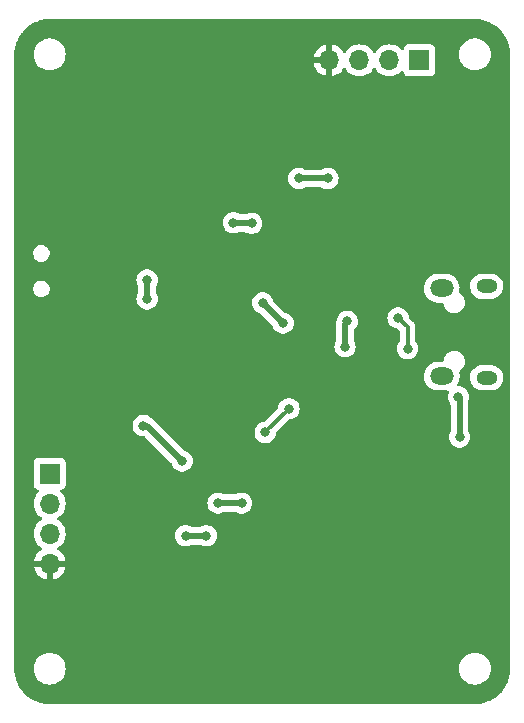
<source format=gbr>
%TF.GenerationSoftware,KiCad,Pcbnew,7.0.8*%
%TF.CreationDate,2023-11-06T16:26:03-06:00*%
%TF.ProjectId,KiCAD Design,4b694341-4420-4446-9573-69676e2e6b69,rev?*%
%TF.SameCoordinates,Original*%
%TF.FileFunction,Copper,L2,Bot*%
%TF.FilePolarity,Positive*%
%FSLAX46Y46*%
G04 Gerber Fmt 4.6, Leading zero omitted, Abs format (unit mm)*
G04 Created by KiCad (PCBNEW 7.0.8) date 2023-11-06 16:26:03*
%MOMM*%
%LPD*%
G01*
G04 APERTURE LIST*
%TA.AperFunction,ComponentPad*%
%ADD10R,1.700000X1.700000*%
%TD*%
%TA.AperFunction,ComponentPad*%
%ADD11O,1.700000X1.700000*%
%TD*%
%TA.AperFunction,ComponentPad*%
%ADD12O,1.800000X1.150000*%
%TD*%
%TA.AperFunction,ComponentPad*%
%ADD13O,2.000000X1.450000*%
%TD*%
%TA.AperFunction,ViaPad*%
%ADD14C,0.800000*%
%TD*%
%TA.AperFunction,ViaPad*%
%ADD15C,0.700000*%
%TD*%
%TA.AperFunction,Conductor*%
%ADD16C,0.300000*%
%TD*%
%TA.AperFunction,Conductor*%
%ADD17C,0.500000*%
%TD*%
G04 APERTURE END LIST*
D10*
%TO.P,J3,1,Pin_1*%
%TO.N,+3.3V*%
X146250000Y-107000000D03*
D11*
%TO.P,J3,2,Pin_2*%
%TO.N,/UART2_TX*%
X146250000Y-109540000D03*
%TO.P,J3,3,Pin_3*%
%TO.N,/UART2_RX*%
X146250000Y-112080000D03*
%TO.P,J3,4,Pin_4*%
%TO.N,GND*%
X146250000Y-114620000D03*
%TD*%
D10*
%TO.P,J2,1,Pin_1*%
%TO.N,+3.3V*%
X177550000Y-72000000D03*
D11*
%TO.P,J2,2,Pin_2*%
%TO.N,/SWDIO*%
X175010000Y-72000000D03*
%TO.P,J2,3,Pin_3*%
%TO.N,/SWCLK*%
X172470000Y-72000000D03*
%TO.P,J2,4,Pin_4*%
%TO.N,GND*%
X169930000Y-72000000D03*
%TD*%
D12*
%TO.P,J1,6,Shield*%
%TO.N,unconnected-(J1-Shield-Pad6)*%
X183250000Y-98880000D03*
D13*
X179450000Y-98730000D03*
X179450000Y-91280000D03*
D12*
X183250000Y-91130000D03*
%TD*%
D14*
%TO.N,+3.3V*%
X163350000Y-85800000D03*
X166010706Y-94260706D03*
X154500000Y-90600000D03*
X171450000Y-94100000D03*
X180850000Y-100500000D03*
X162500000Y-109500000D03*
X157750000Y-112250000D03*
X171250000Y-96254500D03*
X159500000Y-112250000D03*
X161800500Y-85749500D03*
X167350000Y-82000000D03*
X154170023Y-102920023D03*
X169799500Y-82000000D03*
X180950000Y-103900000D03*
X157463892Y-105913892D03*
X164282523Y-92532523D03*
X160500000Y-109500000D03*
X154500000Y-92200000D03*
%TO.N,GND*%
X156800000Y-92150000D03*
X150625000Y-124225000D03*
X174650000Y-107200000D03*
X171550000Y-87800000D03*
X162450000Y-106300000D03*
X168875000Y-106550000D03*
X173250000Y-86750000D03*
X173150000Y-97500000D03*
X146150000Y-97700000D03*
X166675000Y-89850000D03*
X174650000Y-109900000D03*
X168500000Y-124225000D03*
X151350000Y-99400000D03*
X174800000Y-100025000D03*
X149150000Y-87600000D03*
D15*
X155300000Y-94800000D03*
D14*
X172250000Y-86750000D03*
X168500000Y-115925000D03*
X171550000Y-88800000D03*
X153250000Y-74250000D03*
X168750000Y-74500000D03*
X160675000Y-91025000D03*
X178950000Y-103600000D03*
X177150000Y-93800000D03*
X169050000Y-97650000D03*
X168775000Y-95100000D03*
X149250000Y-102300000D03*
X157250000Y-119875000D03*
X150600000Y-115925000D03*
X176450000Y-105200000D03*
X157497700Y-108252300D03*
X149250000Y-93800000D03*
%TO.N,VBUS*%
X175750000Y-93800000D03*
X176550000Y-96400000D03*
%TO.N,SPI2_SCK*%
X164500000Y-103500000D03*
X166500000Y-101500000D03*
%TD*%
D16*
%TO.N,SPI2_SCK*%
X166500000Y-101500000D02*
X164500000Y-103500000D01*
D17*
%TO.N,+3.3V*%
X154470023Y-102920023D02*
X157463892Y-105913892D01*
X154170023Y-102920023D02*
X154470023Y-102920023D01*
X163299500Y-85749500D02*
X163350000Y-85800000D01*
X167350000Y-82000000D02*
X169799500Y-82000000D01*
X180950000Y-100600000D02*
X180850000Y-100500000D01*
X171250000Y-94300000D02*
X171250000Y-96254500D01*
X162500000Y-109500000D02*
X160500000Y-109500000D01*
X161800500Y-85749500D02*
X163299500Y-85749500D01*
X180950000Y-103900000D02*
X180950000Y-100600000D01*
X166010706Y-94260706D02*
X164282523Y-92532523D01*
X171450000Y-94100000D02*
X171250000Y-94300000D01*
X154500000Y-90600000D02*
X154500000Y-92200000D01*
X157750000Y-112250000D02*
X159500000Y-112250000D01*
D16*
%TO.N,VBUS*%
X176550000Y-96400000D02*
X176550000Y-94600000D01*
X176550000Y-94600000D02*
X175750000Y-93800000D01*
%TD*%
%TA.AperFunction,Conductor*%
%TO.N,GND*%
G36*
X182251619Y-68500584D02*
G01*
X182383628Y-68507503D01*
X182567027Y-68517803D01*
X182573212Y-68518465D01*
X182725647Y-68542608D01*
X182888194Y-68570226D01*
X182893811Y-68571453D01*
X183046693Y-68612418D01*
X183139122Y-68639046D01*
X183201724Y-68657082D01*
X183206759Y-68658769D01*
X183356183Y-68716127D01*
X183504007Y-68777358D01*
X183508412Y-68779388D01*
X183574180Y-68812899D01*
X183651921Y-68852511D01*
X183727428Y-68894241D01*
X183791480Y-68929641D01*
X183795215Y-68931882D01*
X183869487Y-68980115D01*
X183930872Y-69019980D01*
X184018357Y-69082053D01*
X184060764Y-69112142D01*
X184063886Y-69114510D01*
X184188748Y-69215621D01*
X184191034Y-69217567D01*
X184308721Y-69322738D01*
X184311248Y-69325128D01*
X184424870Y-69438750D01*
X184427260Y-69441277D01*
X184532431Y-69558964D01*
X184534385Y-69561260D01*
X184635480Y-69686102D01*
X184637862Y-69689243D01*
X184730019Y-69819127D01*
X184783758Y-69901875D01*
X184818106Y-69954767D01*
X184820364Y-69958531D01*
X184897488Y-70098078D01*
X184970604Y-70241575D01*
X184972643Y-70245997D01*
X185033877Y-70393829D01*
X185091221Y-70543217D01*
X185092916Y-70548273D01*
X185137579Y-70703297D01*
X185178541Y-70856171D01*
X185179778Y-70861835D01*
X185207394Y-71024369D01*
X185231530Y-71176758D01*
X185232196Y-71182985D01*
X185242509Y-71366617D01*
X185249415Y-71498377D01*
X185249500Y-71501623D01*
X185249500Y-123498376D01*
X185249415Y-123501622D01*
X185242509Y-123633382D01*
X185232196Y-123817013D01*
X185231530Y-123823240D01*
X185207394Y-123975630D01*
X185179778Y-124138163D01*
X185178541Y-124143827D01*
X185137579Y-124296702D01*
X185092916Y-124451725D01*
X185091221Y-124456781D01*
X185033877Y-124606170D01*
X184972643Y-124754001D01*
X184970604Y-124758423D01*
X184897488Y-124901921D01*
X184820364Y-125041467D01*
X184818097Y-125045246D01*
X184730019Y-125180872D01*
X184637862Y-125310755D01*
X184635480Y-125313896D01*
X184534385Y-125438738D01*
X184532431Y-125441034D01*
X184427260Y-125558721D01*
X184424870Y-125561248D01*
X184311248Y-125674870D01*
X184308721Y-125677260D01*
X184191034Y-125782431D01*
X184188738Y-125784385D01*
X184063896Y-125885480D01*
X184060755Y-125887862D01*
X183930872Y-125980019D01*
X183795246Y-126068097D01*
X183791467Y-126070364D01*
X183651921Y-126147488D01*
X183508423Y-126220604D01*
X183504001Y-126222643D01*
X183356170Y-126283877D01*
X183206781Y-126341221D01*
X183201725Y-126342916D01*
X183046702Y-126387579D01*
X182893827Y-126428541D01*
X182888163Y-126429778D01*
X182725630Y-126457394D01*
X182573240Y-126481530D01*
X182567013Y-126482196D01*
X182383382Y-126492509D01*
X182251622Y-126499415D01*
X182248376Y-126499500D01*
X146251624Y-126499500D01*
X146248378Y-126499415D01*
X146116617Y-126492509D01*
X145932985Y-126482196D01*
X145926758Y-126481530D01*
X145774369Y-126457394D01*
X145611835Y-126429778D01*
X145606171Y-126428541D01*
X145453297Y-126387579D01*
X145298273Y-126342916D01*
X145293217Y-126341221D01*
X145143829Y-126283877D01*
X144995997Y-126222643D01*
X144991575Y-126220604D01*
X144848078Y-126147488D01*
X144708531Y-126070364D01*
X144704767Y-126068106D01*
X144651875Y-126033758D01*
X144569127Y-125980019D01*
X144439243Y-125887862D01*
X144436102Y-125885480D01*
X144311260Y-125784385D01*
X144308964Y-125782431D01*
X144191277Y-125677260D01*
X144188750Y-125674870D01*
X144075128Y-125561248D01*
X144072738Y-125558721D01*
X143967567Y-125441034D01*
X143965613Y-125438738D01*
X143926848Y-125390867D01*
X143864510Y-125313886D01*
X143862136Y-125310755D01*
X143769980Y-125180872D01*
X143737406Y-125130715D01*
X143681882Y-125045215D01*
X143679641Y-125041480D01*
X143644241Y-124977428D01*
X143602511Y-124901921D01*
X143562899Y-124824180D01*
X143529388Y-124758412D01*
X143527358Y-124754007D01*
X143466122Y-124606170D01*
X143408769Y-124456759D01*
X143407082Y-124451724D01*
X143362420Y-124296702D01*
X143357316Y-124277652D01*
X143321453Y-124143811D01*
X143320226Y-124138194D01*
X143292601Y-123975606D01*
X143268465Y-123823212D01*
X143267803Y-123817027D01*
X143257490Y-123633382D01*
X143250584Y-123501620D01*
X143250542Y-123500000D01*
X144894341Y-123500000D01*
X144914936Y-123735403D01*
X144914938Y-123735413D01*
X144976094Y-123963655D01*
X144976096Y-123963659D01*
X144976097Y-123963663D01*
X145026031Y-124070746D01*
X145075964Y-124177828D01*
X145075965Y-124177830D01*
X145211505Y-124371402D01*
X145378597Y-124538494D01*
X145572169Y-124674034D01*
X145572171Y-124674035D01*
X145786337Y-124773903D01*
X146014592Y-124835063D01*
X146191034Y-124850500D01*
X146308966Y-124850500D01*
X146485408Y-124835063D01*
X146713663Y-124773903D01*
X146927829Y-124674035D01*
X147121401Y-124538495D01*
X147288495Y-124371401D01*
X147424035Y-124177830D01*
X147523903Y-123963663D01*
X147585063Y-123735408D01*
X147605659Y-123500000D01*
X180894341Y-123500000D01*
X180914936Y-123735403D01*
X180914938Y-123735413D01*
X180976094Y-123963655D01*
X180976096Y-123963659D01*
X180976097Y-123963663D01*
X181026031Y-124070746D01*
X181075964Y-124177828D01*
X181075965Y-124177830D01*
X181211505Y-124371402D01*
X181378597Y-124538494D01*
X181572169Y-124674034D01*
X181572171Y-124674035D01*
X181786337Y-124773903D01*
X182014592Y-124835063D01*
X182191034Y-124850500D01*
X182308966Y-124850500D01*
X182485408Y-124835063D01*
X182713663Y-124773903D01*
X182927829Y-124674035D01*
X183121401Y-124538495D01*
X183288495Y-124371401D01*
X183424035Y-124177830D01*
X183523903Y-123963663D01*
X183585063Y-123735408D01*
X183605659Y-123500000D01*
X183585063Y-123264592D01*
X183523903Y-123036337D01*
X183424035Y-122822171D01*
X183424034Y-122822169D01*
X183288494Y-122628597D01*
X183121402Y-122461505D01*
X182927830Y-122325965D01*
X182927828Y-122325964D01*
X182820746Y-122276031D01*
X182713663Y-122226097D01*
X182713659Y-122226096D01*
X182713655Y-122226094D01*
X182485413Y-122164938D01*
X182485403Y-122164936D01*
X182308966Y-122149500D01*
X182191034Y-122149500D01*
X182014596Y-122164936D01*
X182014586Y-122164938D01*
X181786344Y-122226094D01*
X181786335Y-122226098D01*
X181572171Y-122325964D01*
X181572169Y-122325965D01*
X181378597Y-122461505D01*
X181211506Y-122628597D01*
X181211501Y-122628604D01*
X181075967Y-122822165D01*
X181075965Y-122822169D01*
X180976098Y-123036335D01*
X180976094Y-123036344D01*
X180914938Y-123264586D01*
X180914936Y-123264596D01*
X180894341Y-123499999D01*
X180894341Y-123500000D01*
X147605659Y-123500000D01*
X147585063Y-123264592D01*
X147523903Y-123036337D01*
X147424035Y-122822171D01*
X147424034Y-122822169D01*
X147288494Y-122628597D01*
X147121402Y-122461505D01*
X146927830Y-122325965D01*
X146927828Y-122325964D01*
X146820746Y-122276031D01*
X146713663Y-122226097D01*
X146713659Y-122226096D01*
X146713655Y-122226094D01*
X146485413Y-122164938D01*
X146485403Y-122164936D01*
X146308966Y-122149500D01*
X146191034Y-122149500D01*
X146014596Y-122164936D01*
X146014586Y-122164938D01*
X145786344Y-122226094D01*
X145786335Y-122226098D01*
X145572171Y-122325964D01*
X145572169Y-122325965D01*
X145378597Y-122461505D01*
X145211506Y-122628597D01*
X145211501Y-122628604D01*
X145075967Y-122822165D01*
X145075965Y-122822169D01*
X144976098Y-123036335D01*
X144976094Y-123036344D01*
X144914938Y-123264586D01*
X144914936Y-123264596D01*
X144894341Y-123499999D01*
X144894341Y-123500000D01*
X143250542Y-123500000D01*
X143250500Y-123498377D01*
X143250500Y-112080000D01*
X144894341Y-112080000D01*
X144914936Y-112315403D01*
X144914938Y-112315413D01*
X144976094Y-112543655D01*
X144976096Y-112543659D01*
X144976097Y-112543663D01*
X145075965Y-112757830D01*
X145075967Y-112757834D01*
X145211501Y-112951395D01*
X145211506Y-112951402D01*
X145378597Y-113118493D01*
X145378603Y-113118498D01*
X145564594Y-113248730D01*
X145608219Y-113303307D01*
X145615413Y-113372805D01*
X145583890Y-113435160D01*
X145564595Y-113451880D01*
X145378922Y-113581890D01*
X145378920Y-113581891D01*
X145211891Y-113748920D01*
X145211886Y-113748926D01*
X145076400Y-113942420D01*
X145076399Y-113942422D01*
X144976570Y-114156507D01*
X144976567Y-114156513D01*
X144919364Y-114369999D01*
X144919364Y-114370000D01*
X145816314Y-114370000D01*
X145790507Y-114410156D01*
X145750000Y-114548111D01*
X145750000Y-114691889D01*
X145790507Y-114829844D01*
X145816314Y-114870000D01*
X144919364Y-114870000D01*
X144976567Y-115083486D01*
X144976570Y-115083492D01*
X145076399Y-115297578D01*
X145211894Y-115491082D01*
X145378917Y-115658105D01*
X145572421Y-115793600D01*
X145786507Y-115893429D01*
X145786516Y-115893433D01*
X146000000Y-115950634D01*
X146000000Y-115055501D01*
X146107685Y-115104680D01*
X146214237Y-115120000D01*
X146285763Y-115120000D01*
X146392315Y-115104680D01*
X146500000Y-115055501D01*
X146500000Y-115950633D01*
X146713483Y-115893433D01*
X146713492Y-115893429D01*
X146927578Y-115793600D01*
X147121082Y-115658105D01*
X147288105Y-115491082D01*
X147423600Y-115297578D01*
X147523429Y-115083492D01*
X147523432Y-115083486D01*
X147580636Y-114870000D01*
X146683686Y-114870000D01*
X146709493Y-114829844D01*
X146750000Y-114691889D01*
X146750000Y-114548111D01*
X146709493Y-114410156D01*
X146683686Y-114370000D01*
X147580636Y-114370000D01*
X147580635Y-114369999D01*
X147523432Y-114156513D01*
X147523429Y-114156507D01*
X147423600Y-113942422D01*
X147423599Y-113942420D01*
X147288113Y-113748926D01*
X147288108Y-113748920D01*
X147121078Y-113581890D01*
X146935405Y-113451879D01*
X146891780Y-113397302D01*
X146884588Y-113327804D01*
X146916110Y-113265449D01*
X146935406Y-113248730D01*
X147075693Y-113150500D01*
X147121401Y-113118495D01*
X147288495Y-112951401D01*
X147424035Y-112757830D01*
X147523903Y-112543663D01*
X147585063Y-112315408D01*
X147590786Y-112250000D01*
X156844540Y-112250000D01*
X156864326Y-112438256D01*
X156864327Y-112438259D01*
X156922818Y-112618277D01*
X156922821Y-112618284D01*
X157017467Y-112782216D01*
X157144129Y-112922888D01*
X157297265Y-113034148D01*
X157297270Y-113034151D01*
X157470192Y-113111142D01*
X157470197Y-113111144D01*
X157655354Y-113150500D01*
X157655355Y-113150500D01*
X157844644Y-113150500D01*
X157844646Y-113150500D01*
X158029803Y-113111144D01*
X158202730Y-113034151D01*
X158204776Y-113032664D01*
X158216452Y-113024182D01*
X158282258Y-113000702D01*
X158289337Y-113000500D01*
X158960663Y-113000500D01*
X159027702Y-113020185D01*
X159033548Y-113024182D01*
X159047265Y-113034148D01*
X159047270Y-113034151D01*
X159220192Y-113111142D01*
X159220197Y-113111144D01*
X159405354Y-113150500D01*
X159405355Y-113150500D01*
X159594644Y-113150500D01*
X159594646Y-113150500D01*
X159779803Y-113111144D01*
X159952730Y-113034151D01*
X160105871Y-112922888D01*
X160232533Y-112782216D01*
X160327179Y-112618284D01*
X160385674Y-112438256D01*
X160405460Y-112250000D01*
X160385674Y-112061744D01*
X160327179Y-111881716D01*
X160232533Y-111717784D01*
X160105871Y-111577112D01*
X160105870Y-111577111D01*
X159952734Y-111465851D01*
X159952729Y-111465848D01*
X159779807Y-111388857D01*
X159779802Y-111388855D01*
X159634001Y-111357865D01*
X159594646Y-111349500D01*
X159405354Y-111349500D01*
X159372897Y-111356398D01*
X159220197Y-111388855D01*
X159220192Y-111388857D01*
X159047270Y-111465848D01*
X159047265Y-111465851D01*
X159033548Y-111475818D01*
X158967742Y-111499298D01*
X158960663Y-111499500D01*
X158289337Y-111499500D01*
X158222298Y-111479815D01*
X158216452Y-111475818D01*
X158202734Y-111465851D01*
X158202729Y-111465848D01*
X158029807Y-111388857D01*
X158029802Y-111388855D01*
X157884001Y-111357865D01*
X157844646Y-111349500D01*
X157655354Y-111349500D01*
X157622897Y-111356398D01*
X157470197Y-111388855D01*
X157470192Y-111388857D01*
X157297270Y-111465848D01*
X157297265Y-111465851D01*
X157144129Y-111577111D01*
X157017466Y-111717785D01*
X156922821Y-111881715D01*
X156922818Y-111881722D01*
X156864327Y-112061740D01*
X156864326Y-112061744D01*
X156844540Y-112250000D01*
X147590786Y-112250000D01*
X147605659Y-112080000D01*
X147585063Y-111844592D01*
X147523903Y-111616337D01*
X147424035Y-111402171D01*
X147414713Y-111388857D01*
X147288494Y-111208597D01*
X147121402Y-111041506D01*
X147121396Y-111041501D01*
X146935842Y-110911575D01*
X146892217Y-110856998D01*
X146885023Y-110787500D01*
X146916546Y-110725145D01*
X146935842Y-110708425D01*
X146958026Y-110692891D01*
X147121401Y-110578495D01*
X147288495Y-110411401D01*
X147424035Y-110217830D01*
X147523903Y-110003663D01*
X147585063Y-109775408D01*
X147605659Y-109540000D01*
X147602159Y-109500000D01*
X159594540Y-109500000D01*
X159614326Y-109688256D01*
X159614327Y-109688259D01*
X159672818Y-109868277D01*
X159672821Y-109868284D01*
X159767467Y-110032216D01*
X159894129Y-110172888D01*
X160047265Y-110284148D01*
X160047270Y-110284151D01*
X160220192Y-110361142D01*
X160220197Y-110361144D01*
X160405354Y-110400500D01*
X160405355Y-110400500D01*
X160594644Y-110400500D01*
X160594646Y-110400500D01*
X160779803Y-110361144D01*
X160952730Y-110284151D01*
X160954776Y-110282664D01*
X160966452Y-110274182D01*
X161032258Y-110250702D01*
X161039337Y-110250500D01*
X161960663Y-110250500D01*
X162027702Y-110270185D01*
X162033548Y-110274182D01*
X162047265Y-110284148D01*
X162047270Y-110284151D01*
X162220192Y-110361142D01*
X162220197Y-110361144D01*
X162405354Y-110400500D01*
X162405355Y-110400500D01*
X162594644Y-110400500D01*
X162594646Y-110400500D01*
X162779803Y-110361144D01*
X162952730Y-110284151D01*
X163105871Y-110172888D01*
X163232533Y-110032216D01*
X163327179Y-109868284D01*
X163385674Y-109688256D01*
X163405460Y-109500000D01*
X163385674Y-109311744D01*
X163327179Y-109131716D01*
X163232533Y-108967784D01*
X163105871Y-108827112D01*
X163105870Y-108827111D01*
X162952734Y-108715851D01*
X162952729Y-108715848D01*
X162779807Y-108638857D01*
X162779802Y-108638855D01*
X162634001Y-108607865D01*
X162594646Y-108599500D01*
X162405354Y-108599500D01*
X162372897Y-108606398D01*
X162220197Y-108638855D01*
X162220192Y-108638857D01*
X162047270Y-108715848D01*
X162047265Y-108715851D01*
X162033548Y-108725818D01*
X161967742Y-108749298D01*
X161960663Y-108749500D01*
X161039337Y-108749500D01*
X160972298Y-108729815D01*
X160966452Y-108725818D01*
X160952734Y-108715851D01*
X160952729Y-108715848D01*
X160779807Y-108638857D01*
X160779802Y-108638855D01*
X160634001Y-108607865D01*
X160594646Y-108599500D01*
X160405354Y-108599500D01*
X160372897Y-108606398D01*
X160220197Y-108638855D01*
X160220192Y-108638857D01*
X160047270Y-108715848D01*
X160047265Y-108715851D01*
X159894129Y-108827111D01*
X159767466Y-108967785D01*
X159672821Y-109131715D01*
X159672818Y-109131722D01*
X159614327Y-109311740D01*
X159614326Y-109311744D01*
X159594540Y-109500000D01*
X147602159Y-109500000D01*
X147585063Y-109304592D01*
X147523903Y-109076337D01*
X147424035Y-108862171D01*
X147345142Y-108749500D01*
X147288496Y-108668600D01*
X147258751Y-108638855D01*
X147166567Y-108546671D01*
X147133084Y-108485351D01*
X147138068Y-108415659D01*
X147179939Y-108359725D01*
X147210915Y-108342810D01*
X147342331Y-108293796D01*
X147457546Y-108207546D01*
X147543796Y-108092331D01*
X147594091Y-107957483D01*
X147600500Y-107897873D01*
X147600499Y-106102128D01*
X147594091Y-106042517D01*
X147543796Y-105907669D01*
X147543795Y-105907668D01*
X147543793Y-105907664D01*
X147457547Y-105792455D01*
X147457544Y-105792452D01*
X147342335Y-105706206D01*
X147342328Y-105706202D01*
X147207482Y-105655908D01*
X147207483Y-105655908D01*
X147147883Y-105649501D01*
X147147881Y-105649500D01*
X147147873Y-105649500D01*
X147147864Y-105649500D01*
X145352129Y-105649500D01*
X145352123Y-105649501D01*
X145292516Y-105655908D01*
X145157671Y-105706202D01*
X145157664Y-105706206D01*
X145042455Y-105792452D01*
X145042452Y-105792455D01*
X144956206Y-105907664D01*
X144956202Y-105907671D01*
X144905908Y-106042517D01*
X144901007Y-106088109D01*
X144899501Y-106102123D01*
X144899500Y-106102135D01*
X144899500Y-107897870D01*
X144899501Y-107897876D01*
X144905908Y-107957483D01*
X144956202Y-108092328D01*
X144956206Y-108092335D01*
X145042452Y-108207544D01*
X145042455Y-108207547D01*
X145157664Y-108293793D01*
X145157671Y-108293797D01*
X145289081Y-108342810D01*
X145345015Y-108384681D01*
X145369432Y-108450145D01*
X145354580Y-108518418D01*
X145333430Y-108546673D01*
X145211503Y-108668600D01*
X145075965Y-108862169D01*
X145075964Y-108862171D01*
X144976098Y-109076335D01*
X144976094Y-109076344D01*
X144914938Y-109304586D01*
X144914936Y-109304596D01*
X144894341Y-109539999D01*
X144894341Y-109540000D01*
X144914936Y-109775403D01*
X144914938Y-109775413D01*
X144976094Y-110003655D01*
X144976096Y-110003659D01*
X144976097Y-110003663D01*
X144989411Y-110032214D01*
X145075965Y-110217830D01*
X145075967Y-110217834D01*
X145211501Y-110411395D01*
X145211506Y-110411402D01*
X145378597Y-110578493D01*
X145378603Y-110578498D01*
X145564158Y-110708425D01*
X145607783Y-110763002D01*
X145614977Y-110832500D01*
X145583454Y-110894855D01*
X145564158Y-110911575D01*
X145378597Y-111041505D01*
X145211505Y-111208597D01*
X145075965Y-111402169D01*
X145075964Y-111402171D01*
X144976098Y-111616335D01*
X144976094Y-111616344D01*
X144914938Y-111844586D01*
X144914936Y-111844596D01*
X144894341Y-112079999D01*
X144894341Y-112080000D01*
X143250500Y-112080000D01*
X143250500Y-102920023D01*
X153264563Y-102920023D01*
X153284349Y-103108279D01*
X153284350Y-103108282D01*
X153342841Y-103288300D01*
X153342844Y-103288307D01*
X153437490Y-103452239D01*
X153509050Y-103531714D01*
X153564152Y-103592911D01*
X153717288Y-103704171D01*
X153717293Y-103704174D01*
X153890215Y-103781165D01*
X153890220Y-103781167D01*
X154075377Y-103820523D01*
X154075378Y-103820523D01*
X154257793Y-103820523D01*
X154324832Y-103840208D01*
X154345474Y-103856842D01*
X156551120Y-106062487D01*
X156581370Y-106111850D01*
X156636710Y-106282169D01*
X156636713Y-106282176D01*
X156731359Y-106446108D01*
X156858021Y-106586780D01*
X157011157Y-106698040D01*
X157011162Y-106698043D01*
X157184084Y-106775034D01*
X157184089Y-106775036D01*
X157369246Y-106814392D01*
X157369247Y-106814392D01*
X157558536Y-106814392D01*
X157558538Y-106814392D01*
X157743695Y-106775036D01*
X157916622Y-106698043D01*
X158069763Y-106586780D01*
X158196425Y-106446108D01*
X158291071Y-106282176D01*
X158349566Y-106102148D01*
X158369352Y-105913892D01*
X158349566Y-105725636D01*
X158291071Y-105545608D01*
X158196425Y-105381676D01*
X158069763Y-105241004D01*
X158069762Y-105241003D01*
X157916626Y-105129743D01*
X157916621Y-105129740D01*
X157743699Y-105052749D01*
X157743695Y-105052748D01*
X157678561Y-105038903D01*
X157617080Y-105005710D01*
X157616662Y-105005294D01*
X156111368Y-103500000D01*
X163594540Y-103500000D01*
X163614326Y-103688256D01*
X163614327Y-103688259D01*
X163672818Y-103868277D01*
X163672821Y-103868284D01*
X163767467Y-104032216D01*
X163894129Y-104172888D01*
X164047265Y-104284148D01*
X164047270Y-104284151D01*
X164220192Y-104361142D01*
X164220197Y-104361144D01*
X164405354Y-104400500D01*
X164405355Y-104400500D01*
X164594644Y-104400500D01*
X164594646Y-104400500D01*
X164779803Y-104361144D01*
X164952730Y-104284151D01*
X165105871Y-104172888D01*
X165232533Y-104032216D01*
X165327179Y-103868284D01*
X165385674Y-103688256D01*
X165399168Y-103559855D01*
X165425752Y-103495242D01*
X165434799Y-103485145D01*
X166483127Y-102436819D01*
X166544450Y-102403334D01*
X166570808Y-102400500D01*
X166594644Y-102400500D01*
X166594646Y-102400500D01*
X166779803Y-102361144D01*
X166952730Y-102284151D01*
X167105871Y-102172888D01*
X167232533Y-102032216D01*
X167327179Y-101868284D01*
X167385674Y-101688256D01*
X167405460Y-101500000D01*
X167385674Y-101311744D01*
X167327179Y-101131716D01*
X167232533Y-100967784D01*
X167105871Y-100827112D01*
X167090782Y-100816149D01*
X166952734Y-100715851D01*
X166952729Y-100715848D01*
X166779807Y-100638857D01*
X166779802Y-100638855D01*
X166634001Y-100607865D01*
X166594646Y-100599500D01*
X166405354Y-100599500D01*
X166372897Y-100606398D01*
X166220197Y-100638855D01*
X166220192Y-100638857D01*
X166047270Y-100715848D01*
X166047265Y-100715851D01*
X165894129Y-100827111D01*
X165767466Y-100967785D01*
X165672821Y-101131715D01*
X165672818Y-101131722D01*
X165614327Y-101311739D01*
X165614326Y-101311741D01*
X165600831Y-101440142D01*
X165574246Y-101504757D01*
X165565191Y-101514861D01*
X164516873Y-102563181D01*
X164455550Y-102596666D01*
X164429192Y-102599500D01*
X164405354Y-102599500D01*
X164372897Y-102606398D01*
X164220197Y-102638855D01*
X164220192Y-102638857D01*
X164047270Y-102715848D01*
X164047265Y-102715851D01*
X163894129Y-102827111D01*
X163767466Y-102967785D01*
X163672821Y-103131715D01*
X163672818Y-103131722D01*
X163621943Y-103288300D01*
X163614326Y-103311744D01*
X163594540Y-103500000D01*
X156111368Y-103500000D01*
X155045752Y-102434384D01*
X155033972Y-102420753D01*
X155021004Y-102403334D01*
X155019635Y-102401495D01*
X155019633Y-102401493D01*
X154979610Y-102367909D01*
X154975635Y-102364267D01*
X154972510Y-102361142D01*
X154969803Y-102358434D01*
X154944063Y-102338082D01*
X154885232Y-102288717D01*
X154879203Y-102284752D01*
X154879235Y-102284703D01*
X154872876Y-102280651D01*
X154872845Y-102280702D01*
X154866703Y-102276914D01*
X154866701Y-102276913D01*
X154866700Y-102276912D01*
X154797080Y-102244447D01*
X154728456Y-102209983D01*
X154725527Y-102208512D01*
X154708292Y-102198019D01*
X154622757Y-102135874D01*
X154622752Y-102135871D01*
X154449830Y-102058880D01*
X154449825Y-102058878D01*
X154304024Y-102027888D01*
X154264669Y-102019523D01*
X154075377Y-102019523D01*
X154042920Y-102026421D01*
X153890220Y-102058878D01*
X153890215Y-102058880D01*
X153717293Y-102135871D01*
X153717288Y-102135874D01*
X153564152Y-102247134D01*
X153437489Y-102387808D01*
X153342844Y-102551738D01*
X153342841Y-102551745D01*
X153314537Y-102638857D01*
X153284349Y-102731767D01*
X153264563Y-102920023D01*
X143250500Y-102920023D01*
X143250500Y-98785204D01*
X177945786Y-98785204D01*
X177975397Y-99003802D01*
X177975398Y-99003806D01*
X178043564Y-99213600D01*
X178148095Y-99407850D01*
X178148097Y-99407853D01*
X178285634Y-99580320D01*
X178451751Y-99725451D01*
X178451759Y-99725458D01*
X178621898Y-99827112D01*
X178641126Y-99838600D01*
X178847654Y-99916111D01*
X178891063Y-99923988D01*
X179064699Y-99955500D01*
X179064703Y-99955500D01*
X179780025Y-99955500D01*
X179780032Y-99955500D01*
X179905478Y-99944209D01*
X179974011Y-99957805D01*
X180024315Y-100006295D01*
X180040418Y-100074284D01*
X180025181Y-100125661D01*
X180025462Y-100125786D01*
X180024510Y-100127922D01*
X180023982Y-100129705D01*
X180022822Y-100131713D01*
X180022818Y-100131722D01*
X179964327Y-100311740D01*
X179964326Y-100311744D01*
X179944540Y-100500000D01*
X179964326Y-100688256D01*
X179964327Y-100688259D01*
X180022818Y-100868277D01*
X180022821Y-100868284D01*
X180117466Y-101032215D01*
X180167649Y-101087948D01*
X180197880Y-101150940D01*
X180199500Y-101170921D01*
X180199500Y-103365677D01*
X180182887Y-103427677D01*
X180122821Y-103531714D01*
X180064327Y-103711740D01*
X180064326Y-103711744D01*
X180044540Y-103900000D01*
X180064326Y-104088256D01*
X180064327Y-104088259D01*
X180122818Y-104268277D01*
X180122821Y-104268284D01*
X180217467Y-104432216D01*
X180344129Y-104572888D01*
X180497265Y-104684148D01*
X180497270Y-104684151D01*
X180670192Y-104761142D01*
X180670197Y-104761144D01*
X180855354Y-104800500D01*
X180855355Y-104800500D01*
X181044644Y-104800500D01*
X181044646Y-104800500D01*
X181229803Y-104761144D01*
X181402730Y-104684151D01*
X181555871Y-104572888D01*
X181682533Y-104432216D01*
X181777179Y-104268284D01*
X181835674Y-104088256D01*
X181855460Y-103900000D01*
X181835674Y-103711744D01*
X181777179Y-103531716D01*
X181777178Y-103531714D01*
X181717113Y-103427677D01*
X181700500Y-103365677D01*
X181700500Y-100816149D01*
X181706569Y-100777831D01*
X181708407Y-100772171D01*
X181735674Y-100688256D01*
X181755460Y-100500000D01*
X181735674Y-100311744D01*
X181677179Y-100131716D01*
X181582533Y-99967784D01*
X181455871Y-99827112D01*
X181455870Y-99827111D01*
X181302734Y-99715851D01*
X181302729Y-99715848D01*
X181129807Y-99638857D01*
X181129802Y-99638855D01*
X180984001Y-99607865D01*
X180944646Y-99599500D01*
X180849893Y-99599500D01*
X180782854Y-99579815D01*
X180737099Y-99527011D01*
X180727155Y-99457853D01*
X180746406Y-99407189D01*
X180751383Y-99399648D01*
X180808531Y-99313073D01*
X180895230Y-99110231D01*
X180944317Y-98895168D01*
X180947307Y-98828593D01*
X181845832Y-98828593D01*
X181855605Y-99033756D01*
X181904029Y-99233362D01*
X181957528Y-99350508D01*
X181989352Y-99420195D01*
X181989356Y-99420201D01*
X182108489Y-99587501D01*
X182108495Y-99587507D01*
X182257147Y-99729246D01*
X182429933Y-99840290D01*
X182454747Y-99850224D01*
X182620618Y-99916629D01*
X182763718Y-99944209D01*
X182822301Y-99955500D01*
X182822302Y-99955500D01*
X183626226Y-99955500D01*
X183626232Y-99955500D01*
X183779466Y-99940868D01*
X183976541Y-99883001D01*
X184159104Y-99788884D01*
X184320556Y-99661916D01*
X184455061Y-99506689D01*
X184557759Y-99328811D01*
X184624937Y-99134712D01*
X184654168Y-98931407D01*
X184644395Y-98726244D01*
X184595971Y-98526638D01*
X184510647Y-98339804D01*
X184477742Y-98293595D01*
X184391510Y-98172498D01*
X184391504Y-98172492D01*
X184242852Y-98030753D01*
X184070066Y-97919709D01*
X183879391Y-97843374D01*
X183879384Y-97843371D01*
X183879382Y-97843371D01*
X183879379Y-97843370D01*
X183879378Y-97843370D01*
X183677699Y-97804500D01*
X183677698Y-97804500D01*
X182873768Y-97804500D01*
X182720534Y-97819132D01*
X182720530Y-97819133D01*
X182523462Y-97876997D01*
X182340891Y-97971118D01*
X182179446Y-98098081D01*
X182179443Y-98098084D01*
X182044936Y-98253313D01*
X181942242Y-98431185D01*
X181875064Y-98625282D01*
X181875063Y-98625287D01*
X181875063Y-98625288D01*
X181845832Y-98828593D01*
X180947307Y-98828593D01*
X180954214Y-98674796D01*
X180924603Y-98456198D01*
X180913904Y-98423270D01*
X180911907Y-98353429D01*
X180947987Y-98293595D01*
X180958936Y-98284641D01*
X180988504Y-98263159D01*
X180993906Y-98259650D01*
X181032216Y-98237533D01*
X181065071Y-98207948D01*
X181070098Y-98203876D01*
X181105871Y-98177888D01*
X181135453Y-98145032D01*
X181140032Y-98140453D01*
X181172888Y-98110871D01*
X181198876Y-98075098D01*
X181202948Y-98070071D01*
X181232533Y-98037216D01*
X181254650Y-97998906D01*
X181258159Y-97993504D01*
X181284151Y-97957730D01*
X181302136Y-97917333D01*
X181305063Y-97911586D01*
X181327179Y-97873284D01*
X181340842Y-97831228D01*
X181343158Y-97825197D01*
X181361144Y-97784803D01*
X181370336Y-97741551D01*
X181372009Y-97735308D01*
X181385674Y-97693256D01*
X181390295Y-97649283D01*
X181391307Y-97642894D01*
X181400500Y-97599646D01*
X181400500Y-97555445D01*
X181400840Y-97548960D01*
X181401848Y-97539365D01*
X181405460Y-97505000D01*
X181401546Y-97467759D01*
X181400840Y-97461037D01*
X181400500Y-97454553D01*
X181400500Y-97410354D01*
X181391311Y-97367123D01*
X181390295Y-97360709D01*
X181388964Y-97348051D01*
X181385674Y-97316744D01*
X181372011Y-97274698D01*
X181370334Y-97268435D01*
X181368765Y-97261056D01*
X181361144Y-97225197D01*
X181343163Y-97184812D01*
X181340835Y-97178748D01*
X181327179Y-97136716D01*
X181315012Y-97115642D01*
X181305075Y-97098430D01*
X181302127Y-97092644D01*
X181293288Y-97072794D01*
X181284151Y-97052270D01*
X181284149Y-97052267D01*
X181284149Y-97052266D01*
X181258175Y-97016516D01*
X181254638Y-97011070D01*
X181232535Y-96972787D01*
X181232528Y-96972777D01*
X181202954Y-96939934D01*
X181198870Y-96934892D01*
X181172888Y-96899129D01*
X181172884Y-96899125D01*
X181140034Y-96869546D01*
X181135453Y-96864966D01*
X181105871Y-96832112D01*
X181105870Y-96832111D01*
X181105869Y-96832110D01*
X181070119Y-96806137D01*
X181065072Y-96802050D01*
X181032222Y-96772471D01*
X181032212Y-96772464D01*
X180993930Y-96750362D01*
X180993928Y-96750361D01*
X180993926Y-96750359D01*
X180988484Y-96746825D01*
X180952736Y-96720853D01*
X180952732Y-96720850D01*
X180912353Y-96702872D01*
X180906567Y-96699924D01*
X180868284Y-96677821D01*
X180868281Y-96677820D01*
X180868277Y-96677818D01*
X180826242Y-96664160D01*
X180820179Y-96661833D01*
X180779803Y-96643856D01*
X180736569Y-96634666D01*
X180730301Y-96632987D01*
X180719861Y-96629595D01*
X180688256Y-96619325D01*
X180644291Y-96614704D01*
X180637880Y-96613688D01*
X180594647Y-96604500D01*
X180594646Y-96604500D01*
X180405354Y-96604500D01*
X180405351Y-96604500D01*
X180362119Y-96613688D01*
X180355710Y-96614703D01*
X180311743Y-96619325D01*
X180269705Y-96632985D01*
X180263434Y-96634665D01*
X180220195Y-96643856D01*
X180179815Y-96661834D01*
X180173755Y-96664160D01*
X180131719Y-96677819D01*
X180093430Y-96699924D01*
X180087647Y-96702871D01*
X180047267Y-96720850D01*
X180011512Y-96746826D01*
X180006069Y-96750361D01*
X179967788Y-96772463D01*
X179967785Y-96772465D01*
X179934935Y-96802044D01*
X179929889Y-96806130D01*
X179894125Y-96832115D01*
X179864550Y-96864960D01*
X179859960Y-96869550D01*
X179827115Y-96899125D01*
X179801130Y-96934889D01*
X179797044Y-96939935D01*
X179767465Y-96972785D01*
X179767463Y-96972788D01*
X179745361Y-97011069D01*
X179741826Y-97016512D01*
X179715850Y-97052267D01*
X179697871Y-97092647D01*
X179694924Y-97098430D01*
X179672819Y-97136719D01*
X179659160Y-97178755D01*
X179656834Y-97184815D01*
X179638856Y-97225195D01*
X179629665Y-97268434D01*
X179627985Y-97274705D01*
X179614325Y-97316743D01*
X179609703Y-97360710D01*
X179608688Y-97367118D01*
X179600366Y-97406276D01*
X179567176Y-97467759D01*
X179506015Y-97501538D01*
X179479075Y-97504500D01*
X179119968Y-97504500D01*
X179089306Y-97507259D01*
X178955292Y-97519320D01*
X178742661Y-97578002D01*
X178742646Y-97578008D01*
X178543908Y-97673715D01*
X178543900Y-97673719D01*
X178365442Y-97803376D01*
X178365434Y-97803382D01*
X178212994Y-97962822D01*
X178091469Y-98146926D01*
X178066315Y-98205778D01*
X178009030Y-98339804D01*
X178004770Y-98349770D01*
X178004767Y-98349779D01*
X177955684Y-98564826D01*
X177955682Y-98564837D01*
X177950744Y-98674796D01*
X177945786Y-98785204D01*
X143250500Y-98785204D01*
X143250500Y-96254500D01*
X170344540Y-96254500D01*
X170364326Y-96442756D01*
X170364327Y-96442759D01*
X170422818Y-96622777D01*
X170422821Y-96622784D01*
X170517467Y-96786716D01*
X170618681Y-96899125D01*
X170644128Y-96927387D01*
X170644129Y-96927388D01*
X170797265Y-97038648D01*
X170797270Y-97038651D01*
X170970192Y-97115642D01*
X170970197Y-97115644D01*
X171155354Y-97155000D01*
X171155355Y-97155000D01*
X171344644Y-97155000D01*
X171344646Y-97155000D01*
X171529803Y-97115644D01*
X171702730Y-97038651D01*
X171855871Y-96927388D01*
X171982533Y-96786716D01*
X172077179Y-96622784D01*
X172135674Y-96442756D01*
X172155460Y-96254500D01*
X172135674Y-96066244D01*
X172077179Y-95886216D01*
X172066538Y-95867785D01*
X172017113Y-95782177D01*
X172000500Y-95720177D01*
X172000500Y-94876298D01*
X172020185Y-94809259D01*
X172051619Y-94775977D01*
X172055871Y-94772888D01*
X172182533Y-94632216D01*
X172277179Y-94468284D01*
X172335674Y-94288256D01*
X172355460Y-94100000D01*
X172335674Y-93911744D01*
X172299366Y-93800000D01*
X174844540Y-93800000D01*
X174864326Y-93988256D01*
X174864327Y-93988259D01*
X174922818Y-94168277D01*
X174922821Y-94168284D01*
X175017467Y-94332216D01*
X175139977Y-94468277D01*
X175144129Y-94472888D01*
X175297265Y-94584148D01*
X175297270Y-94584151D01*
X175470192Y-94661142D01*
X175470197Y-94661144D01*
X175655354Y-94700500D01*
X175679192Y-94700500D01*
X175746231Y-94720185D01*
X175766873Y-94736819D01*
X175863181Y-94833127D01*
X175896666Y-94894450D01*
X175899500Y-94920808D01*
X175899500Y-95729078D01*
X175879815Y-95796117D01*
X175867650Y-95812050D01*
X175817466Y-95867785D01*
X175722821Y-96031715D01*
X175722818Y-96031722D01*
X175664327Y-96211740D01*
X175664326Y-96211744D01*
X175644540Y-96400000D01*
X175664326Y-96588256D01*
X175664327Y-96588259D01*
X175722818Y-96768277D01*
X175722821Y-96768284D01*
X175817467Y-96932216D01*
X175944129Y-97072888D01*
X176097265Y-97184148D01*
X176097270Y-97184151D01*
X176270192Y-97261142D01*
X176270197Y-97261144D01*
X176455354Y-97300500D01*
X176455355Y-97300500D01*
X176644644Y-97300500D01*
X176644646Y-97300500D01*
X176829803Y-97261144D01*
X177002730Y-97184151D01*
X177155871Y-97072888D01*
X177282533Y-96932216D01*
X177377179Y-96768284D01*
X177435674Y-96588256D01*
X177455460Y-96400000D01*
X177435674Y-96211744D01*
X177377179Y-96031716D01*
X177282533Y-95867784D01*
X177232350Y-95812050D01*
X177202120Y-95749058D01*
X177200500Y-95729078D01*
X177200500Y-94685502D01*
X177202268Y-94669489D01*
X177202026Y-94669467D01*
X177202758Y-94661711D01*
X177202760Y-94661704D01*
X177200500Y-94589796D01*
X177200500Y-94559075D01*
X177199579Y-94551788D01*
X177199122Y-94545979D01*
X177197597Y-94497431D01*
X177191676Y-94477053D01*
X177187731Y-94458004D01*
X177185071Y-94436942D01*
X177167185Y-94391769D01*
X177165296Y-94386249D01*
X177151743Y-94339600D01*
X177140940Y-94321334D01*
X177132378Y-94303856D01*
X177124568Y-94284129D01*
X177124565Y-94284125D01*
X177096014Y-94244827D01*
X177092811Y-94239951D01*
X177089377Y-94234144D01*
X177068081Y-94198135D01*
X177068079Y-94198133D01*
X177068078Y-94198131D01*
X177053075Y-94183129D01*
X177040435Y-94168330D01*
X177040396Y-94168277D01*
X177027963Y-94151163D01*
X177027961Y-94151160D01*
X176990528Y-94120194D01*
X176986206Y-94116260D01*
X176684808Y-93814862D01*
X176651323Y-93753539D01*
X176649168Y-93740141D01*
X176648282Y-93731715D01*
X176635674Y-93611744D01*
X176577179Y-93431716D01*
X176482533Y-93267784D01*
X176355871Y-93127112D01*
X176355870Y-93127111D01*
X176202734Y-93015851D01*
X176202729Y-93015848D01*
X176029807Y-92938857D01*
X176029802Y-92938855D01*
X175884001Y-92907865D01*
X175844646Y-92899500D01*
X175655354Y-92899500D01*
X175622897Y-92906398D01*
X175470197Y-92938855D01*
X175470192Y-92938857D01*
X175297270Y-93015848D01*
X175297265Y-93015851D01*
X175144129Y-93127111D01*
X175017466Y-93267785D01*
X174922821Y-93431715D01*
X174922818Y-93431722D01*
X174878609Y-93567785D01*
X174864326Y-93611744D01*
X174844540Y-93800000D01*
X172299366Y-93800000D01*
X172277179Y-93731716D01*
X172182533Y-93567784D01*
X172055871Y-93427112D01*
X172017952Y-93399562D01*
X171902734Y-93315851D01*
X171902729Y-93315848D01*
X171729807Y-93238857D01*
X171729802Y-93238855D01*
X171565191Y-93203867D01*
X171544646Y-93199500D01*
X171355354Y-93199500D01*
X171334809Y-93203867D01*
X171170197Y-93238855D01*
X171170192Y-93238857D01*
X170997270Y-93315848D01*
X170997265Y-93315851D01*
X170844129Y-93427111D01*
X170717466Y-93567785D01*
X170622821Y-93731715D01*
X170622818Y-93731722D01*
X170564327Y-93911739D01*
X170564327Y-93911740D01*
X170564326Y-93911744D01*
X170556284Y-93988256D01*
X170555881Y-93992088D01*
X170543375Y-94034766D01*
X170539959Y-94041568D01*
X170537489Y-94048355D01*
X170537433Y-94048334D01*
X170534960Y-94055450D01*
X170535015Y-94055469D01*
X170532742Y-94062327D01*
X170524975Y-94099946D01*
X170517207Y-94137565D01*
X170504001Y-94193284D01*
X170499498Y-94212286D01*
X170498661Y-94219454D01*
X170498601Y-94219447D01*
X170497835Y-94226945D01*
X170497895Y-94226951D01*
X170497265Y-94234140D01*
X170499500Y-94310916D01*
X170499500Y-95720177D01*
X170482887Y-95782177D01*
X170422821Y-95886214D01*
X170375545Y-96031715D01*
X170364326Y-96066244D01*
X170344540Y-96254500D01*
X143250500Y-96254500D01*
X143250500Y-92200000D01*
X153594540Y-92200000D01*
X153614326Y-92388256D01*
X153614327Y-92388259D01*
X153672818Y-92568277D01*
X153672821Y-92568284D01*
X153767467Y-92732216D01*
X153856630Y-92831241D01*
X153894129Y-92872888D01*
X154047265Y-92984148D01*
X154047270Y-92984151D01*
X154220192Y-93061142D01*
X154220197Y-93061144D01*
X154405354Y-93100500D01*
X154405355Y-93100500D01*
X154594644Y-93100500D01*
X154594646Y-93100500D01*
X154779803Y-93061144D01*
X154952730Y-92984151D01*
X155105871Y-92872888D01*
X155232533Y-92732216D01*
X155327179Y-92568284D01*
X155338799Y-92532523D01*
X163377063Y-92532523D01*
X163396849Y-92720779D01*
X163396850Y-92720782D01*
X163455341Y-92900800D01*
X163455344Y-92900807D01*
X163549990Y-93064739D01*
X163622288Y-93145034D01*
X163676652Y-93205411D01*
X163829788Y-93316671D01*
X163829793Y-93316674D01*
X164002714Y-93393665D01*
X164002716Y-93393665D01*
X164002720Y-93393667D01*
X164067852Y-93407510D01*
X164129332Y-93440701D01*
X164129751Y-93441119D01*
X165097934Y-94409302D01*
X165128184Y-94458664D01*
X165183525Y-94628986D01*
X165183527Y-94628990D01*
X165278173Y-94792922D01*
X165393322Y-94920808D01*
X165404835Y-94933594D01*
X165557971Y-95044854D01*
X165557976Y-95044857D01*
X165730898Y-95121848D01*
X165730903Y-95121850D01*
X165916060Y-95161206D01*
X165916061Y-95161206D01*
X166105350Y-95161206D01*
X166105352Y-95161206D01*
X166290509Y-95121850D01*
X166463436Y-95044857D01*
X166616577Y-94933594D01*
X166743239Y-94792922D01*
X166837885Y-94628990D01*
X166896380Y-94448962D01*
X166916166Y-94260706D01*
X166896380Y-94072450D01*
X166837885Y-93892422D01*
X166743239Y-93728490D01*
X166616577Y-93587818D01*
X166589004Y-93567785D01*
X166463440Y-93476557D01*
X166463435Y-93476554D01*
X166290513Y-93399563D01*
X166290508Y-93399561D01*
X166225375Y-93385717D01*
X166163893Y-93352524D01*
X166163475Y-93352108D01*
X165195293Y-92383925D01*
X165165044Y-92334564D01*
X165121322Y-92200000D01*
X165109704Y-92164244D01*
X165109701Y-92164238D01*
X165015056Y-92000307D01*
X164888394Y-91859635D01*
X164888393Y-91859634D01*
X164735257Y-91748374D01*
X164735252Y-91748371D01*
X164562330Y-91671380D01*
X164562325Y-91671378D01*
X164416524Y-91640388D01*
X164377169Y-91632023D01*
X164187877Y-91632023D01*
X164155420Y-91638921D01*
X164002720Y-91671378D01*
X164002715Y-91671380D01*
X163829793Y-91748371D01*
X163829788Y-91748374D01*
X163676652Y-91859634D01*
X163549989Y-92000308D01*
X163455344Y-92164238D01*
X163455341Y-92164245D01*
X163400002Y-92334562D01*
X163396849Y-92344267D01*
X163377063Y-92532523D01*
X155338799Y-92532523D01*
X155385674Y-92388256D01*
X155405460Y-92200000D01*
X155385674Y-92011744D01*
X155327179Y-91831716D01*
X155311305Y-91804221D01*
X155267113Y-91727677D01*
X155250500Y-91665677D01*
X155250500Y-91335204D01*
X177945786Y-91335204D01*
X177975397Y-91553802D01*
X177975398Y-91553806D01*
X178043564Y-91763600D01*
X178148095Y-91957850D01*
X178148097Y-91957853D01*
X178285634Y-92130320D01*
X178451751Y-92275451D01*
X178451759Y-92275458D01*
X178633301Y-92383925D01*
X178641126Y-92388600D01*
X178847654Y-92466111D01*
X178891063Y-92473988D01*
X179064699Y-92505500D01*
X179064703Y-92505500D01*
X179479075Y-92505500D01*
X179546114Y-92525185D01*
X179591869Y-92577989D01*
X179600366Y-92603721D01*
X179608689Y-92642880D01*
X179609704Y-92649291D01*
X179614325Y-92693256D01*
X179627986Y-92735296D01*
X179629666Y-92741569D01*
X179638856Y-92784803D01*
X179638855Y-92784803D01*
X179656833Y-92825179D01*
X179659160Y-92831242D01*
X179672818Y-92873277D01*
X179672820Y-92873281D01*
X179672821Y-92873284D01*
X179694923Y-92911565D01*
X179694924Y-92911567D01*
X179697870Y-92917349D01*
X179715849Y-92957730D01*
X179741823Y-92993482D01*
X179741825Y-92993484D01*
X179745359Y-92998926D01*
X179751648Y-93009818D01*
X179767464Y-93037212D01*
X179767471Y-93037222D01*
X179797050Y-93070072D01*
X179801137Y-93075119D01*
X179827110Y-93110869D01*
X179827111Y-93110870D01*
X179827112Y-93110871D01*
X179859966Y-93140453D01*
X179864546Y-93145034D01*
X179894128Y-93177887D01*
X179894129Y-93177888D01*
X179929887Y-93203867D01*
X179934934Y-93207954D01*
X179967777Y-93237528D01*
X179967787Y-93237535D01*
X180006070Y-93259638D01*
X180011516Y-93263175D01*
X180047266Y-93289149D01*
X180047269Y-93289150D01*
X180047270Y-93289151D01*
X180057535Y-93293721D01*
X180087644Y-93307127D01*
X180093430Y-93310075D01*
X180119300Y-93325010D01*
X180131716Y-93332179D01*
X180173755Y-93345837D01*
X180179812Y-93348163D01*
X180220193Y-93366142D01*
X180220192Y-93366142D01*
X180220197Y-93366144D01*
X180254720Y-93373481D01*
X180263435Y-93375334D01*
X180269698Y-93377011D01*
X180311744Y-93390674D01*
X180343051Y-93393964D01*
X180355709Y-93395295D01*
X180362123Y-93396311D01*
X180405354Y-93405500D01*
X180405355Y-93405500D01*
X180594643Y-93405500D01*
X180594646Y-93405500D01*
X180637894Y-93396307D01*
X180644283Y-93395295D01*
X180688256Y-93390674D01*
X180730308Y-93377009D01*
X180736551Y-93375336D01*
X180779803Y-93366144D01*
X180820197Y-93348158D01*
X180826228Y-93345842D01*
X180868284Y-93332179D01*
X180906586Y-93310063D01*
X180912333Y-93307136D01*
X180952730Y-93289151D01*
X180988504Y-93263159D01*
X180993906Y-93259650D01*
X181032216Y-93237533D01*
X181065071Y-93207948D01*
X181070098Y-93203876D01*
X181105871Y-93177888D01*
X181135453Y-93145032D01*
X181140032Y-93140453D01*
X181172888Y-93110871D01*
X181198876Y-93075098D01*
X181202948Y-93070071D01*
X181232533Y-93037216D01*
X181254650Y-92998906D01*
X181258159Y-92993504D01*
X181284151Y-92957730D01*
X181302136Y-92917333D01*
X181305063Y-92911586D01*
X181327179Y-92873284D01*
X181340842Y-92831228D01*
X181343158Y-92825197D01*
X181361144Y-92784803D01*
X181370336Y-92741551D01*
X181372013Y-92735296D01*
X181385674Y-92693256D01*
X181390295Y-92649283D01*
X181391307Y-92642894D01*
X181400500Y-92599646D01*
X181400500Y-92555445D01*
X181400840Y-92548960D01*
X181402567Y-92532523D01*
X181405460Y-92505000D01*
X181401373Y-92466111D01*
X181400840Y-92461037D01*
X181400500Y-92454553D01*
X181400500Y-92410354D01*
X181391311Y-92367123D01*
X181390295Y-92360709D01*
X181388566Y-92344263D01*
X181385674Y-92316744D01*
X181372011Y-92274698D01*
X181370334Y-92268435D01*
X181368765Y-92261056D01*
X181361144Y-92225197D01*
X181343163Y-92184812D01*
X181340835Y-92178748D01*
X181327179Y-92136716D01*
X181320010Y-92124300D01*
X181305075Y-92098430D01*
X181302127Y-92092644D01*
X181293288Y-92072794D01*
X181284151Y-92052270D01*
X181284149Y-92052267D01*
X181284149Y-92052266D01*
X181258175Y-92016516D01*
X181254638Y-92011070D01*
X181232535Y-91972787D01*
X181232528Y-91972777D01*
X181202954Y-91939934D01*
X181198870Y-91934892D01*
X181172888Y-91899129D01*
X181172887Y-91899128D01*
X181140034Y-91869546D01*
X181135453Y-91864966D01*
X181105871Y-91832112D01*
X181105870Y-91832111D01*
X181105869Y-91832110D01*
X181070119Y-91806137D01*
X181065072Y-91802050D01*
X181032222Y-91772471D01*
X181032212Y-91772464D01*
X180993930Y-91750362D01*
X180988484Y-91746825D01*
X180957760Y-91724503D01*
X180915095Y-91669172D01*
X180909116Y-91599559D01*
X180909755Y-91596592D01*
X180913813Y-91578814D01*
X180944317Y-91445168D01*
X180954214Y-91224796D01*
X180934410Y-91078593D01*
X181845832Y-91078593D01*
X181855605Y-91283756D01*
X181904029Y-91483362D01*
X181955739Y-91596592D01*
X181989352Y-91670195D01*
X181989356Y-91670201D01*
X182108489Y-91837501D01*
X182108495Y-91837507D01*
X182257147Y-91979246D01*
X182429933Y-92090290D01*
X182450266Y-92098430D01*
X182620618Y-92166629D01*
X182771881Y-92195782D01*
X182822301Y-92205500D01*
X182822302Y-92205500D01*
X183626226Y-92205500D01*
X183626232Y-92205500D01*
X183779466Y-92190868D01*
X183976541Y-92133001D01*
X184159104Y-92038884D01*
X184320556Y-91911916D01*
X184455061Y-91756689D01*
X184459864Y-91748371D01*
X184545395Y-91600226D01*
X184557759Y-91578811D01*
X184624937Y-91384712D01*
X184654168Y-91181407D01*
X184644395Y-90976244D01*
X184595971Y-90776638D01*
X184510647Y-90589804D01*
X184510643Y-90589798D01*
X184391510Y-90422498D01*
X184391504Y-90422492D01*
X184242852Y-90280753D01*
X184070066Y-90169709D01*
X183879391Y-90093374D01*
X183879384Y-90093371D01*
X183879382Y-90093371D01*
X183879379Y-90093370D01*
X183879378Y-90093370D01*
X183677699Y-90054500D01*
X183677698Y-90054500D01*
X182873768Y-90054500D01*
X182720534Y-90069132D01*
X182720530Y-90069133D01*
X182523462Y-90126997D01*
X182340891Y-90221118D01*
X182179446Y-90348081D01*
X182179443Y-90348084D01*
X182044936Y-90503313D01*
X181942242Y-90681185D01*
X181875064Y-90875282D01*
X181875063Y-90875287D01*
X181875063Y-90875288D01*
X181845832Y-91078593D01*
X180934410Y-91078593D01*
X180924603Y-91006198D01*
X180856436Y-90796401D01*
X180751903Y-90602147D01*
X180680669Y-90512822D01*
X180614365Y-90429679D01*
X180448248Y-90284548D01*
X180448240Y-90284541D01*
X180258880Y-90171403D01*
X180258877Y-90171401D01*
X180258874Y-90171400D01*
X180111270Y-90116003D01*
X180052344Y-90093888D01*
X179835301Y-90054500D01*
X179835297Y-90054500D01*
X179119968Y-90054500D01*
X179089306Y-90057259D01*
X178955292Y-90069320D01*
X178742661Y-90128002D01*
X178742646Y-90128008D01*
X178543908Y-90223715D01*
X178543900Y-90223719D01*
X178365442Y-90353376D01*
X178365434Y-90353382D01*
X178212994Y-90512822D01*
X178091469Y-90696926D01*
X178091469Y-90696927D01*
X178015234Y-90875289D01*
X178004770Y-90899770D01*
X178004767Y-90899779D01*
X177955684Y-91114826D01*
X177955682Y-91114837D01*
X177948096Y-91283758D01*
X177945786Y-91335204D01*
X155250500Y-91335204D01*
X155250500Y-91134321D01*
X155267113Y-91072321D01*
X155305292Y-91006193D01*
X155327179Y-90968284D01*
X155385674Y-90788256D01*
X155405460Y-90600000D01*
X155385674Y-90411744D01*
X155327179Y-90231716D01*
X155232533Y-90067784D01*
X155105871Y-89927112D01*
X155105870Y-89927111D01*
X154952734Y-89815851D01*
X154952729Y-89815848D01*
X154779807Y-89738857D01*
X154779802Y-89738855D01*
X154634001Y-89707865D01*
X154594646Y-89699500D01*
X154405354Y-89699500D01*
X154372897Y-89706398D01*
X154220197Y-89738855D01*
X154220192Y-89738857D01*
X154047270Y-89815848D01*
X154047265Y-89815851D01*
X153894129Y-89927111D01*
X153767466Y-90067785D01*
X153672821Y-90231715D01*
X153672818Y-90231722D01*
X153633289Y-90353381D01*
X153614326Y-90411744D01*
X153594540Y-90600000D01*
X153614326Y-90788256D01*
X153614327Y-90788259D01*
X153672818Y-90968277D01*
X153672821Y-90968284D01*
X153732887Y-91072321D01*
X153749500Y-91134321D01*
X153749500Y-91665677D01*
X153732887Y-91727677D01*
X153672821Y-91831714D01*
X153614545Y-92011070D01*
X153614326Y-92011744D01*
X153594540Y-92200000D01*
X143250500Y-92200000D01*
X143250500Y-91435056D01*
X144839500Y-91435056D01*
X144841993Y-91445170D01*
X144880210Y-91600226D01*
X144959263Y-91750849D01*
X144978412Y-91772464D01*
X145072071Y-91878183D01*
X145154219Y-91934886D01*
X145212068Y-91974817D01*
X145212069Y-91974817D01*
X145212070Y-91974818D01*
X145371128Y-92035140D01*
X145447028Y-92044356D01*
X145497626Y-92050500D01*
X145497628Y-92050500D01*
X145582374Y-92050500D01*
X145624538Y-92045380D01*
X145708872Y-92035140D01*
X145867930Y-91974818D01*
X146007929Y-91878183D01*
X146120734Y-91750852D01*
X146120992Y-91750362D01*
X146163066Y-91670196D01*
X146199790Y-91600225D01*
X146240500Y-91435056D01*
X146240500Y-91264944D01*
X146199790Y-91099775D01*
X146185381Y-91072321D01*
X146120736Y-90949150D01*
X146076988Y-90899769D01*
X146007929Y-90821817D01*
X145942478Y-90776639D01*
X145867931Y-90725182D01*
X145708874Y-90664860D01*
X145708868Y-90664859D01*
X145582374Y-90649500D01*
X145582372Y-90649500D01*
X145497628Y-90649500D01*
X145497626Y-90649500D01*
X145371131Y-90664859D01*
X145371125Y-90664860D01*
X145212068Y-90725182D01*
X145072072Y-90821816D01*
X144959263Y-90949150D01*
X144880210Y-91099773D01*
X144860090Y-91181407D01*
X144839500Y-91264944D01*
X144839500Y-91435056D01*
X143250500Y-91435056D01*
X143250500Y-88435055D01*
X144839500Y-88435055D01*
X144880210Y-88600226D01*
X144959263Y-88750849D01*
X144959266Y-88750852D01*
X145072071Y-88878183D01*
X145162318Y-88940476D01*
X145212068Y-88974817D01*
X145212069Y-88974817D01*
X145212070Y-88974818D01*
X145371128Y-89035140D01*
X145447028Y-89044356D01*
X145497626Y-89050500D01*
X145497628Y-89050500D01*
X145582374Y-89050500D01*
X145624538Y-89045380D01*
X145708872Y-89035140D01*
X145867930Y-88974818D01*
X146007929Y-88878183D01*
X146120734Y-88750852D01*
X146199790Y-88600225D01*
X146240500Y-88435056D01*
X146240500Y-88264944D01*
X146199790Y-88099775D01*
X146199789Y-88099773D01*
X146120736Y-87949150D01*
X146101560Y-87927505D01*
X146007929Y-87821817D01*
X145958177Y-87787475D01*
X145867931Y-87725182D01*
X145708874Y-87664860D01*
X145708868Y-87664859D01*
X145582374Y-87649500D01*
X145582372Y-87649500D01*
X145497628Y-87649500D01*
X145497626Y-87649500D01*
X145371131Y-87664859D01*
X145371125Y-87664860D01*
X145212068Y-87725182D01*
X145072072Y-87821816D01*
X144959263Y-87949150D01*
X144880210Y-88099773D01*
X144839500Y-88264944D01*
X144839500Y-88435055D01*
X143250500Y-88435055D01*
X143250500Y-85749500D01*
X160895040Y-85749500D01*
X160914826Y-85937756D01*
X160914827Y-85937759D01*
X160973318Y-86117777D01*
X160973321Y-86117784D01*
X161067967Y-86281716D01*
X161113436Y-86332214D01*
X161194629Y-86422388D01*
X161347765Y-86533648D01*
X161347770Y-86533651D01*
X161520692Y-86610642D01*
X161520697Y-86610644D01*
X161705854Y-86650000D01*
X161705855Y-86650000D01*
X161895144Y-86650000D01*
X161895146Y-86650000D01*
X162080303Y-86610644D01*
X162253230Y-86533651D01*
X162255276Y-86532164D01*
X162266952Y-86523682D01*
X162332758Y-86500202D01*
X162339837Y-86500000D01*
X162741156Y-86500000D01*
X162808195Y-86519685D01*
X162814041Y-86523682D01*
X162897265Y-86584148D01*
X162897270Y-86584151D01*
X163070192Y-86661142D01*
X163070197Y-86661144D01*
X163255354Y-86700500D01*
X163255355Y-86700500D01*
X163444644Y-86700500D01*
X163444646Y-86700500D01*
X163629803Y-86661144D01*
X163802730Y-86584151D01*
X163955871Y-86472888D01*
X164082533Y-86332216D01*
X164177179Y-86168284D01*
X164235674Y-85988256D01*
X164255460Y-85800000D01*
X164235674Y-85611744D01*
X164177179Y-85431716D01*
X164082533Y-85267784D01*
X163955871Y-85127112D01*
X163955870Y-85127111D01*
X163802734Y-85015851D01*
X163802729Y-85015848D01*
X163629807Y-84938857D01*
X163629802Y-84938855D01*
X163484001Y-84907865D01*
X163444646Y-84899500D01*
X163255354Y-84899500D01*
X163222897Y-84906398D01*
X163070197Y-84938855D01*
X163070192Y-84938857D01*
X162959192Y-84988279D01*
X162908756Y-84999000D01*
X162339837Y-84999000D01*
X162272798Y-84979315D01*
X162266952Y-84975318D01*
X162253234Y-84965351D01*
X162253229Y-84965348D01*
X162080307Y-84888357D01*
X162080302Y-84888355D01*
X161934501Y-84857365D01*
X161895146Y-84849000D01*
X161705854Y-84849000D01*
X161673397Y-84855898D01*
X161520697Y-84888355D01*
X161520692Y-84888357D01*
X161347770Y-84965348D01*
X161347765Y-84965351D01*
X161194629Y-85076611D01*
X161067966Y-85217285D01*
X160973321Y-85381215D01*
X160973318Y-85381222D01*
X160914827Y-85561240D01*
X160914826Y-85561244D01*
X160895040Y-85749500D01*
X143250500Y-85749500D01*
X143250500Y-82000000D01*
X166444540Y-82000000D01*
X166464326Y-82188256D01*
X166464327Y-82188259D01*
X166522818Y-82368277D01*
X166522821Y-82368284D01*
X166617467Y-82532216D01*
X166744129Y-82672888D01*
X166897265Y-82784148D01*
X166897270Y-82784151D01*
X167070192Y-82861142D01*
X167070197Y-82861144D01*
X167255354Y-82900500D01*
X167255355Y-82900500D01*
X167444644Y-82900500D01*
X167444646Y-82900500D01*
X167629803Y-82861144D01*
X167802730Y-82784151D01*
X167804776Y-82782664D01*
X167816452Y-82774182D01*
X167882258Y-82750702D01*
X167889337Y-82750500D01*
X169260163Y-82750500D01*
X169327202Y-82770185D01*
X169333048Y-82774182D01*
X169346765Y-82784148D01*
X169346770Y-82784151D01*
X169519692Y-82861142D01*
X169519697Y-82861144D01*
X169704854Y-82900500D01*
X169704855Y-82900500D01*
X169894144Y-82900500D01*
X169894146Y-82900500D01*
X170079303Y-82861144D01*
X170252230Y-82784151D01*
X170405371Y-82672888D01*
X170532033Y-82532216D01*
X170626679Y-82368284D01*
X170685174Y-82188256D01*
X170704960Y-82000000D01*
X170685174Y-81811744D01*
X170626679Y-81631716D01*
X170532033Y-81467784D01*
X170405371Y-81327112D01*
X170405370Y-81327111D01*
X170252234Y-81215851D01*
X170252229Y-81215848D01*
X170079307Y-81138857D01*
X170079302Y-81138855D01*
X169933501Y-81107865D01*
X169894146Y-81099500D01*
X169704854Y-81099500D01*
X169672397Y-81106398D01*
X169519697Y-81138855D01*
X169519692Y-81138857D01*
X169346770Y-81215848D01*
X169346765Y-81215851D01*
X169333048Y-81225818D01*
X169267242Y-81249298D01*
X169260163Y-81249500D01*
X167889337Y-81249500D01*
X167822298Y-81229815D01*
X167816452Y-81225818D01*
X167802734Y-81215851D01*
X167802729Y-81215848D01*
X167629807Y-81138857D01*
X167629802Y-81138855D01*
X167484001Y-81107865D01*
X167444646Y-81099500D01*
X167255354Y-81099500D01*
X167222897Y-81106398D01*
X167070197Y-81138855D01*
X167070192Y-81138857D01*
X166897270Y-81215848D01*
X166897265Y-81215851D01*
X166744129Y-81327111D01*
X166617466Y-81467785D01*
X166522821Y-81631715D01*
X166522818Y-81631722D01*
X166464327Y-81811740D01*
X166464326Y-81811744D01*
X166444540Y-82000000D01*
X143250500Y-82000000D01*
X143250500Y-71501622D01*
X143250542Y-71500000D01*
X144894341Y-71500000D01*
X144914936Y-71735403D01*
X144914938Y-71735413D01*
X144976094Y-71963655D01*
X144976096Y-71963659D01*
X144976097Y-71963663D01*
X145026031Y-72070746D01*
X145075964Y-72177828D01*
X145075965Y-72177830D01*
X145211505Y-72371402D01*
X145378597Y-72538494D01*
X145572169Y-72674034D01*
X145572171Y-72674035D01*
X145786337Y-72773903D01*
X146014592Y-72835063D01*
X146191034Y-72850500D01*
X146308966Y-72850500D01*
X146485408Y-72835063D01*
X146713663Y-72773903D01*
X146927829Y-72674035D01*
X147121401Y-72538495D01*
X147288495Y-72371401D01*
X147373501Y-72250000D01*
X168599364Y-72250000D01*
X168656567Y-72463486D01*
X168656570Y-72463492D01*
X168756399Y-72677578D01*
X168891894Y-72871082D01*
X169058917Y-73038105D01*
X169252421Y-73173600D01*
X169466507Y-73273429D01*
X169466516Y-73273433D01*
X169680000Y-73330634D01*
X169680000Y-72435501D01*
X169787685Y-72484680D01*
X169894237Y-72500000D01*
X169965763Y-72500000D01*
X170072315Y-72484680D01*
X170180000Y-72435501D01*
X170180000Y-73330633D01*
X170393483Y-73273433D01*
X170393492Y-73273429D01*
X170607578Y-73173600D01*
X170801082Y-73038105D01*
X170968105Y-72871082D01*
X171098119Y-72685405D01*
X171152696Y-72641781D01*
X171222195Y-72634588D01*
X171284549Y-72666110D01*
X171301269Y-72685405D01*
X171431505Y-72871401D01*
X171598599Y-73038495D01*
X171695384Y-73106265D01*
X171792165Y-73174032D01*
X171792167Y-73174033D01*
X171792170Y-73174035D01*
X172006337Y-73273903D01*
X172234592Y-73335063D01*
X172411034Y-73350500D01*
X172469999Y-73355659D01*
X172470000Y-73355659D01*
X172470001Y-73355659D01*
X172528966Y-73350500D01*
X172705408Y-73335063D01*
X172933663Y-73273903D01*
X173147830Y-73174035D01*
X173341401Y-73038495D01*
X173508495Y-72871401D01*
X173638425Y-72685842D01*
X173693002Y-72642217D01*
X173762500Y-72635023D01*
X173824855Y-72666546D01*
X173841575Y-72685842D01*
X173971281Y-72871082D01*
X173971505Y-72871401D01*
X174138599Y-73038495D01*
X174235384Y-73106265D01*
X174332165Y-73174032D01*
X174332167Y-73174033D01*
X174332170Y-73174035D01*
X174546337Y-73273903D01*
X174774592Y-73335063D01*
X174951034Y-73350500D01*
X175009999Y-73355659D01*
X175010000Y-73355659D01*
X175010001Y-73355659D01*
X175068966Y-73350500D01*
X175245408Y-73335063D01*
X175473663Y-73273903D01*
X175687830Y-73174035D01*
X175881401Y-73038495D01*
X176003329Y-72916566D01*
X176064648Y-72883084D01*
X176134340Y-72888068D01*
X176190274Y-72929939D01*
X176207189Y-72960917D01*
X176256202Y-73092328D01*
X176256206Y-73092335D01*
X176342452Y-73207544D01*
X176342455Y-73207547D01*
X176457664Y-73293793D01*
X176457671Y-73293797D01*
X176592517Y-73344091D01*
X176592516Y-73344091D01*
X176599444Y-73344835D01*
X176652127Y-73350500D01*
X178447872Y-73350499D01*
X178507483Y-73344091D01*
X178642331Y-73293796D01*
X178757546Y-73207546D01*
X178843796Y-73092331D01*
X178894091Y-72957483D01*
X178900500Y-72897873D01*
X178900499Y-71500000D01*
X180894341Y-71500000D01*
X180914936Y-71735403D01*
X180914938Y-71735413D01*
X180976094Y-71963655D01*
X180976096Y-71963659D01*
X180976097Y-71963663D01*
X181026031Y-72070746D01*
X181075964Y-72177828D01*
X181075965Y-72177830D01*
X181211505Y-72371402D01*
X181378597Y-72538494D01*
X181572169Y-72674034D01*
X181572171Y-72674035D01*
X181786337Y-72773903D01*
X182014592Y-72835063D01*
X182191034Y-72850500D01*
X182308966Y-72850500D01*
X182485408Y-72835063D01*
X182713663Y-72773903D01*
X182927829Y-72674035D01*
X183121401Y-72538495D01*
X183288495Y-72371401D01*
X183424035Y-72177830D01*
X183523903Y-71963663D01*
X183585063Y-71735408D01*
X183605659Y-71500000D01*
X183585063Y-71264592D01*
X183523903Y-71036337D01*
X183424035Y-70822171D01*
X183424034Y-70822169D01*
X183288494Y-70628597D01*
X183121402Y-70461505D01*
X182927830Y-70325965D01*
X182927828Y-70325964D01*
X182756338Y-70245997D01*
X182713663Y-70226097D01*
X182713659Y-70226096D01*
X182713655Y-70226094D01*
X182485413Y-70164938D01*
X182485403Y-70164936D01*
X182308966Y-70149500D01*
X182191034Y-70149500D01*
X182014596Y-70164936D01*
X182014586Y-70164938D01*
X181786344Y-70226094D01*
X181786335Y-70226098D01*
X181572171Y-70325964D01*
X181572169Y-70325965D01*
X181378597Y-70461505D01*
X181211506Y-70628597D01*
X181211501Y-70628604D01*
X181075967Y-70822165D01*
X181075965Y-70822169D01*
X180976098Y-71036335D01*
X180976094Y-71036344D01*
X180914938Y-71264586D01*
X180914936Y-71264596D01*
X180894341Y-71499999D01*
X180894341Y-71500000D01*
X178900499Y-71500000D01*
X178900499Y-71102128D01*
X178894091Y-71042517D01*
X178892810Y-71039083D01*
X178843797Y-70907671D01*
X178843793Y-70907664D01*
X178757547Y-70792455D01*
X178757544Y-70792452D01*
X178642335Y-70706206D01*
X178642328Y-70706202D01*
X178507482Y-70655908D01*
X178507483Y-70655908D01*
X178447883Y-70649501D01*
X178447881Y-70649500D01*
X178447873Y-70649500D01*
X178447864Y-70649500D01*
X176652129Y-70649500D01*
X176652123Y-70649501D01*
X176592516Y-70655908D01*
X176457671Y-70706202D01*
X176457664Y-70706206D01*
X176342455Y-70792452D01*
X176342452Y-70792455D01*
X176256206Y-70907664D01*
X176256203Y-70907669D01*
X176207189Y-71039083D01*
X176165317Y-71095016D01*
X176099853Y-71119433D01*
X176031580Y-71104581D01*
X176003326Y-71083430D01*
X175881402Y-70961506D01*
X175881395Y-70961501D01*
X175687834Y-70825967D01*
X175687830Y-70825965D01*
X175679681Y-70822165D01*
X175473663Y-70726097D01*
X175473659Y-70726096D01*
X175473655Y-70726094D01*
X175245413Y-70664938D01*
X175245403Y-70664936D01*
X175010001Y-70644341D01*
X175009999Y-70644341D01*
X174774596Y-70664936D01*
X174774586Y-70664938D01*
X174546344Y-70726094D01*
X174546335Y-70726098D01*
X174332171Y-70825964D01*
X174332169Y-70825965D01*
X174138597Y-70961505D01*
X173971505Y-71128597D01*
X173841575Y-71314158D01*
X173786998Y-71357783D01*
X173717500Y-71364977D01*
X173655145Y-71333454D01*
X173638425Y-71314158D01*
X173508494Y-71128597D01*
X173341402Y-70961506D01*
X173341395Y-70961501D01*
X173147834Y-70825967D01*
X173147830Y-70825965D01*
X173139681Y-70822165D01*
X172933663Y-70726097D01*
X172933659Y-70726096D01*
X172933655Y-70726094D01*
X172705413Y-70664938D01*
X172705403Y-70664936D01*
X172470001Y-70644341D01*
X172469999Y-70644341D01*
X172234596Y-70664936D01*
X172234586Y-70664938D01*
X172006344Y-70726094D01*
X172006335Y-70726098D01*
X171792171Y-70825964D01*
X171792169Y-70825965D01*
X171598597Y-70961505D01*
X171431508Y-71128594D01*
X171301269Y-71314595D01*
X171246692Y-71358219D01*
X171177193Y-71365412D01*
X171114839Y-71333890D01*
X171098119Y-71314594D01*
X170968113Y-71128926D01*
X170968108Y-71128920D01*
X170801082Y-70961894D01*
X170607578Y-70826399D01*
X170393492Y-70726570D01*
X170393486Y-70726567D01*
X170180000Y-70669364D01*
X170180000Y-71564498D01*
X170072315Y-71515320D01*
X169965763Y-71500000D01*
X169894237Y-71500000D01*
X169787685Y-71515320D01*
X169680000Y-71564498D01*
X169680000Y-70669364D01*
X169679999Y-70669364D01*
X169466513Y-70726567D01*
X169466507Y-70726570D01*
X169252422Y-70826399D01*
X169252420Y-70826400D01*
X169058926Y-70961886D01*
X169058920Y-70961891D01*
X168891891Y-71128920D01*
X168891886Y-71128926D01*
X168756400Y-71322420D01*
X168756399Y-71322422D01*
X168656570Y-71536507D01*
X168656567Y-71536513D01*
X168599364Y-71749999D01*
X168599364Y-71750000D01*
X169496314Y-71750000D01*
X169470507Y-71790156D01*
X169430000Y-71928111D01*
X169430000Y-72071889D01*
X169470507Y-72209844D01*
X169496314Y-72250000D01*
X168599364Y-72250000D01*
X147373501Y-72250000D01*
X147424035Y-72177830D01*
X147523903Y-71963663D01*
X147585063Y-71735408D01*
X147605659Y-71500000D01*
X147585063Y-71264592D01*
X147523903Y-71036337D01*
X147424035Y-70822171D01*
X147424034Y-70822169D01*
X147288494Y-70628597D01*
X147121402Y-70461505D01*
X146927830Y-70325965D01*
X146927828Y-70325964D01*
X146756338Y-70245997D01*
X146713663Y-70226097D01*
X146713659Y-70226096D01*
X146713655Y-70226094D01*
X146485413Y-70164938D01*
X146485403Y-70164936D01*
X146308966Y-70149500D01*
X146191034Y-70149500D01*
X146014596Y-70164936D01*
X146014586Y-70164938D01*
X145786344Y-70226094D01*
X145786335Y-70226098D01*
X145572171Y-70325964D01*
X145572169Y-70325965D01*
X145378597Y-70461505D01*
X145211506Y-70628597D01*
X145211501Y-70628604D01*
X145075967Y-70822165D01*
X145075965Y-70822169D01*
X144976098Y-71036335D01*
X144976094Y-71036344D01*
X144914938Y-71264586D01*
X144914936Y-71264596D01*
X144894341Y-71499999D01*
X144894341Y-71500000D01*
X143250542Y-71500000D01*
X143250585Y-71498376D01*
X143257490Y-71366617D01*
X143257558Y-71365412D01*
X143267803Y-71182968D01*
X143268464Y-71176791D01*
X143292611Y-71024331D01*
X143320227Y-70861796D01*
X143321451Y-70856196D01*
X143362425Y-70703279D01*
X143407083Y-70548268D01*
X143408764Y-70543254D01*
X143466127Y-70393815D01*
X143527366Y-70245972D01*
X143529379Y-70241606D01*
X143602511Y-70098078D01*
X143609688Y-70085090D01*
X143679655Y-69958494D01*
X143681867Y-69954808D01*
X143769980Y-69819127D01*
X143784130Y-69799182D01*
X143862154Y-69689220D01*
X143864486Y-69686143D01*
X143965655Y-69561209D01*
X143967537Y-69558998D01*
X144072773Y-69441239D01*
X144075092Y-69438787D01*
X144188787Y-69325092D01*
X144191239Y-69322773D01*
X144308998Y-69217537D01*
X144311209Y-69215655D01*
X144436143Y-69114486D01*
X144439220Y-69112154D01*
X144569127Y-69019980D01*
X144579046Y-69013537D01*
X144704808Y-68931867D01*
X144708494Y-68929655D01*
X144848078Y-68852511D01*
X144860063Y-68846403D01*
X144991606Y-68779379D01*
X144995972Y-68777366D01*
X145143815Y-68716127D01*
X145293254Y-68658764D01*
X145298268Y-68657083D01*
X145453279Y-68612425D01*
X145606196Y-68571451D01*
X145611796Y-68570227D01*
X145774284Y-68542618D01*
X145926791Y-68518464D01*
X145932968Y-68517803D01*
X146116566Y-68507493D01*
X146248380Y-68500584D01*
X146251622Y-68500500D01*
X182248378Y-68500500D01*
X182251619Y-68500584D01*
G37*
%TD.AperFunction*%
%TD*%
M02*

</source>
